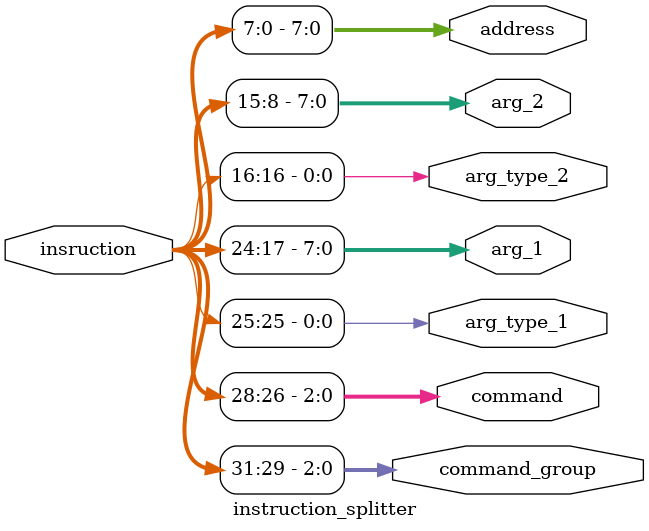
<source format=v>
`default_nettype none

module instruction_splitter (
	input  wire [31:0] insruction,
	output wire [2:0]  command_group,
	output wire [2:0]  command,
	output wire        arg_type_1,
	output wire [7:0]  arg_1,
	output wire        arg_type_2,
	output wire [7:0]  arg_2,
	output wire [7:0]  address
);

	assign command_group	= insruction [31:29];
	assign command			= insruction [28:26];
	assign arg_type_1		= insruction    [25];
	assign arg_1			= insruction [24:17];
	assign arg_type_2		= insruction    [16];
	assign arg_2			= insruction  [15:8]; 
	assign address			= insruction   [7:0];

endmodule 
</source>
